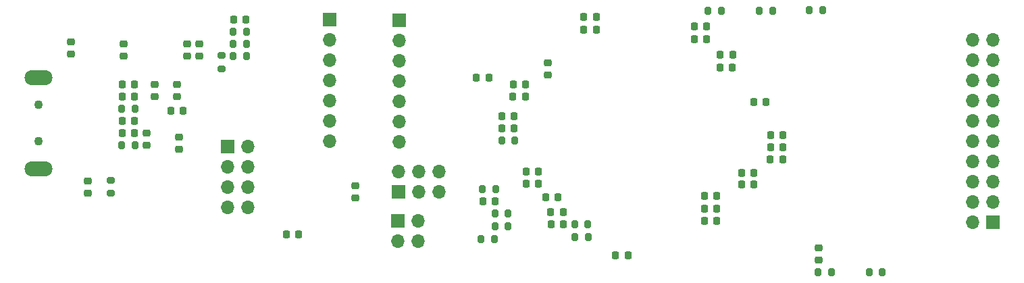
<source format=gbr>
%TF.GenerationSoftware,KiCad,Pcbnew,7.0.6-7.0.6~ubuntu20.04.1*%
%TF.CreationDate,2023-10-29T13:00:39+01:00*%
%TF.ProjectId,amurNutzlast,616d7572-4e75-4747-9a6c-6173742e6b69,rev?*%
%TF.SameCoordinates,Original*%
%TF.FileFunction,Soldermask,Bot*%
%TF.FilePolarity,Negative*%
%FSLAX46Y46*%
G04 Gerber Fmt 4.6, Leading zero omitted, Abs format (unit mm)*
G04 Created by KiCad (PCBNEW 7.0.6-7.0.6~ubuntu20.04.1) date 2023-10-29 13:00:39*
%MOMM*%
%LPD*%
G01*
G04 APERTURE LIST*
G04 Aperture macros list*
%AMRoundRect*
0 Rectangle with rounded corners*
0 $1 Rounding radius*
0 $2 $3 $4 $5 $6 $7 $8 $9 X,Y pos of 4 corners*
0 Add a 4 corners polygon primitive as box body*
4,1,4,$2,$3,$4,$5,$6,$7,$8,$9,$2,$3,0*
0 Add four circle primitives for the rounded corners*
1,1,$1+$1,$2,$3*
1,1,$1+$1,$4,$5*
1,1,$1+$1,$6,$7*
1,1,$1+$1,$8,$9*
0 Add four rect primitives between the rounded corners*
20,1,$1+$1,$2,$3,$4,$5,0*
20,1,$1+$1,$4,$5,$6,$7,0*
20,1,$1+$1,$6,$7,$8,$9,0*
20,1,$1+$1,$8,$9,$2,$3,0*%
G04 Aperture macros list end*
%ADD10R,1.700000X1.700000*%
%ADD11O,1.700000X1.700000*%
%ADD12C,1.100000*%
%ADD13O,3.500000X1.900000*%
%ADD14RoundRect,0.225000X-0.225000X-0.250000X0.225000X-0.250000X0.225000X0.250000X-0.225000X0.250000X0*%
%ADD15RoundRect,0.225000X0.250000X-0.225000X0.250000X0.225000X-0.250000X0.225000X-0.250000X-0.225000X0*%
%ADD16RoundRect,0.225000X-0.250000X0.225000X-0.250000X-0.225000X0.250000X-0.225000X0.250000X0.225000X0*%
%ADD17RoundRect,0.225000X0.225000X0.250000X-0.225000X0.250000X-0.225000X-0.250000X0.225000X-0.250000X0*%
%ADD18RoundRect,0.200000X0.200000X0.275000X-0.200000X0.275000X-0.200000X-0.275000X0.200000X-0.275000X0*%
%ADD19RoundRect,0.200000X-0.200000X-0.275000X0.200000X-0.275000X0.200000X0.275000X-0.200000X0.275000X0*%
%ADD20RoundRect,0.200000X0.275000X-0.200000X0.275000X0.200000X-0.275000X0.200000X-0.275000X-0.200000X0*%
%ADD21RoundRect,0.200000X-0.275000X0.200000X-0.275000X-0.200000X0.275000X-0.200000X0.275000X0.200000X0*%
%ADD22RoundRect,0.218750X-0.218750X-0.256250X0.218750X-0.256250X0.218750X0.256250X-0.218750X0.256250X0*%
G04 APERTURE END LIST*
D10*
%TO.C,J7*%
X98275000Y-34980000D03*
D11*
X98275000Y-37520000D03*
X98275000Y-40060000D03*
X98275000Y-42600000D03*
X98275000Y-45140000D03*
X98275000Y-47680000D03*
X98275000Y-50220000D03*
%TD*%
D10*
%TO.C,J5*%
X89595000Y-34879000D03*
D11*
X89595000Y-37419000D03*
X89595000Y-39959000D03*
X89595000Y-42499000D03*
X89595000Y-45039000D03*
X89595000Y-47579000D03*
X89595000Y-50119000D03*
%TD*%
D10*
%TO.C,J1*%
X98225000Y-56475000D03*
D11*
X98225000Y-53935000D03*
X100765000Y-56475000D03*
X100765000Y-53935000D03*
X103305000Y-56475000D03*
X103305000Y-53935000D03*
%TD*%
D10*
%TO.C,J4*%
X76768000Y-50759000D03*
D11*
X79308000Y-50759000D03*
X76768000Y-53299000D03*
X79308000Y-53299000D03*
X76768000Y-55839000D03*
X79308000Y-55839000D03*
X76768000Y-58379000D03*
X79308000Y-58379000D03*
%TD*%
D10*
%TO.C,J8*%
X172750000Y-60260000D03*
D11*
X170210000Y-60260000D03*
X172750000Y-57720000D03*
X170210000Y-57720000D03*
X172750000Y-55180000D03*
X170210000Y-55180000D03*
X172750000Y-52640000D03*
X170210000Y-52640000D03*
X172750000Y-50100000D03*
X170210000Y-50100000D03*
X172750000Y-47560000D03*
X170210000Y-47560000D03*
X172750000Y-45020000D03*
X170210000Y-45020000D03*
X172750000Y-42480000D03*
X170210000Y-42480000D03*
X172750000Y-39940000D03*
X170210000Y-39940000D03*
X172750000Y-37400000D03*
X170210000Y-37400000D03*
%TD*%
D12*
%TO.C,J6*%
X53061000Y-50138000D03*
X53061000Y-45538000D03*
D13*
X53061000Y-53538000D03*
X53061000Y-42138000D03*
%TD*%
D10*
%TO.C,J2*%
X98160000Y-60100000D03*
D11*
X100700000Y-60100000D03*
X98160000Y-62640000D03*
X100700000Y-62640000D03*
%TD*%
D14*
%TO.C,C44*%
X141175000Y-55550000D03*
X142725000Y-55550000D03*
%TD*%
D15*
%TO.C,C35*%
X73212000Y-39469000D03*
X73212000Y-37919000D03*
%TD*%
D14*
%TO.C,C2*%
X138525000Y-39250000D03*
X140075000Y-39250000D03*
%TD*%
%TO.C,C17*%
X144825000Y-50850000D03*
X146375000Y-50850000D03*
%TD*%
D16*
%TO.C,C37*%
X63772000Y-37891000D03*
X63772000Y-39441000D03*
%TD*%
D17*
%TO.C,C7*%
X122975000Y-34500000D03*
X121425000Y-34500000D03*
%TD*%
D18*
%TO.C,R22*%
X79117000Y-36408000D03*
X77467000Y-36408000D03*
%TD*%
D14*
%TO.C,C33*%
X63547000Y-47584000D03*
X65097000Y-47584000D03*
%TD*%
D18*
%TO.C,R20*%
X79117000Y-37932000D03*
X77467000Y-37932000D03*
%TD*%
%TO.C,R6*%
X138675000Y-33800000D03*
X137025000Y-33800000D03*
%TD*%
%TO.C,R4*%
X151375000Y-33700000D03*
X149725000Y-33700000D03*
%TD*%
%TO.C,R21*%
X79117000Y-39456000D03*
X77467000Y-39456000D03*
%TD*%
%TO.C,R15*%
X110375000Y-56100000D03*
X108725000Y-56100000D03*
%TD*%
D14*
%TO.C,C14*%
X136525000Y-57000000D03*
X138075000Y-57000000D03*
%TD*%
D18*
%TO.C,R7*%
X158865000Y-66562500D03*
X157215000Y-66562500D03*
%TD*%
%TO.C,R16*%
X110225000Y-62400000D03*
X108575000Y-62400000D03*
%TD*%
D17*
%TO.C,C11*%
X112725000Y-46950000D03*
X111175000Y-46950000D03*
%TD*%
%TO.C,C5*%
X115725000Y-53900000D03*
X114175000Y-53900000D03*
%TD*%
D14*
%TO.C,C41*%
X135300000Y-35750000D03*
X136850000Y-35750000D03*
%TD*%
%TO.C,C16*%
X144825000Y-49350000D03*
X146375000Y-49350000D03*
%TD*%
D15*
%TO.C,C15*%
X116900000Y-41825000D03*
X116900000Y-40275000D03*
%TD*%
D17*
%TO.C,C48*%
X114125000Y-43000000D03*
X112575000Y-43000000D03*
%TD*%
D19*
%TO.C,R8*%
X150815000Y-66512500D03*
X152465000Y-66512500D03*
%TD*%
%TO.C,R1*%
X111125000Y-50050000D03*
X112775000Y-50050000D03*
%TD*%
%TO.C,R18*%
X110275000Y-60800000D03*
X111925000Y-60800000D03*
%TD*%
%TO.C,R2*%
X120325000Y-62150000D03*
X121975000Y-62150000D03*
%TD*%
D17*
%TO.C,C8*%
X122975000Y-36100000D03*
X121425000Y-36100000D03*
%TD*%
%TO.C,C28*%
X71193000Y-46314000D03*
X69643000Y-46314000D03*
%TD*%
%TO.C,C24*%
X110325000Y-57600000D03*
X108775000Y-57600000D03*
%TD*%
D18*
%TO.C,R23*%
X65147000Y-46060000D03*
X63497000Y-46060000D03*
%TD*%
%TO.C,R5*%
X145100000Y-33800000D03*
X143450000Y-33800000D03*
%TD*%
D17*
%TO.C,C49*%
X114100000Y-44500000D03*
X112550000Y-44500000D03*
%TD*%
%TO.C,C18*%
X109525000Y-42150000D03*
X107975000Y-42150000D03*
%TD*%
D19*
%TO.C,R24*%
X63497000Y-50632000D03*
X65147000Y-50632000D03*
%TD*%
D15*
%TO.C,C27*%
X66608000Y-50645000D03*
X66608000Y-49095000D03*
%TD*%
D17*
%TO.C,C10*%
X112725000Y-48500000D03*
X111175000Y-48500000D03*
%TD*%
D14*
%TO.C,C12*%
X142725000Y-45200000D03*
X144275000Y-45200000D03*
%TD*%
%TO.C,C3*%
X136523008Y-60123050D03*
X138073008Y-60123050D03*
%TD*%
D15*
%TO.C,C43*%
X92770000Y-57249000D03*
X92770000Y-55699000D03*
%TD*%
%TO.C,C23*%
X150880000Y-65015000D03*
X150880000Y-63465000D03*
%TD*%
D20*
%TO.C,R19*%
X76006000Y-41043000D03*
X76006000Y-39393000D03*
%TD*%
D14*
%TO.C,C32*%
X63547000Y-49108000D03*
X65097000Y-49108000D03*
%TD*%
D16*
%TO.C,C29*%
X67624000Y-42999000D03*
X67624000Y-44549000D03*
%TD*%
D14*
%TO.C,C1*%
X138500000Y-40850000D03*
X140050000Y-40850000D03*
%TD*%
D17*
%TO.C,C25*%
X79067000Y-34884000D03*
X77517000Y-34884000D03*
%TD*%
D21*
%TO.C,R27*%
X62163000Y-55014000D03*
X62163000Y-56664000D03*
%TD*%
D16*
%TO.C,C42*%
X59242000Y-55064000D03*
X59242000Y-56614000D03*
%TD*%
D17*
%TO.C,C46*%
X118825000Y-59000000D03*
X117275000Y-59000000D03*
%TD*%
D15*
%TO.C,C26*%
X70672000Y-51153000D03*
X70672000Y-49603000D03*
%TD*%
D19*
%TO.C,R17*%
X110275000Y-59150000D03*
X111925000Y-59150000D03*
%TD*%
D15*
%TO.C,C38*%
X57168000Y-39200000D03*
X57168000Y-37650000D03*
%TD*%
D14*
%TO.C,C30*%
X63547000Y-43012000D03*
X65097000Y-43012000D03*
%TD*%
%TO.C,C4*%
X136525000Y-58550000D03*
X138075000Y-58550000D03*
%TD*%
D17*
%TO.C,C9*%
X126975000Y-64450000D03*
X125425000Y-64450000D03*
%TD*%
%TO.C,C47*%
X118850000Y-60510000D03*
X117300000Y-60510000D03*
%TD*%
D15*
%TO.C,C36*%
X71688000Y-39469000D03*
X71688000Y-37919000D03*
%TD*%
D14*
%TO.C,C39*%
X84121000Y-61808000D03*
X85671000Y-61808000D03*
%TD*%
%TO.C,C45*%
X141175000Y-54050000D03*
X142725000Y-54050000D03*
%TD*%
%TO.C,C40*%
X135250000Y-37300000D03*
X136800000Y-37300000D03*
%TD*%
D17*
%TO.C,C13*%
X118175000Y-57100000D03*
X116625000Y-57100000D03*
%TD*%
%TO.C,C6*%
X115725000Y-55450000D03*
X114175000Y-55450000D03*
%TD*%
D22*
%TO.C,D1*%
X144812500Y-52400000D03*
X146387500Y-52400000D03*
%TD*%
D18*
%TO.C,R3*%
X121950000Y-60550000D03*
X120300000Y-60550000D03*
%TD*%
D14*
%TO.C,C31*%
X63547000Y-44536000D03*
X65097000Y-44536000D03*
%TD*%
D16*
%TO.C,C34*%
X70418000Y-42999000D03*
X70418000Y-44549000D03*
%TD*%
M02*

</source>
